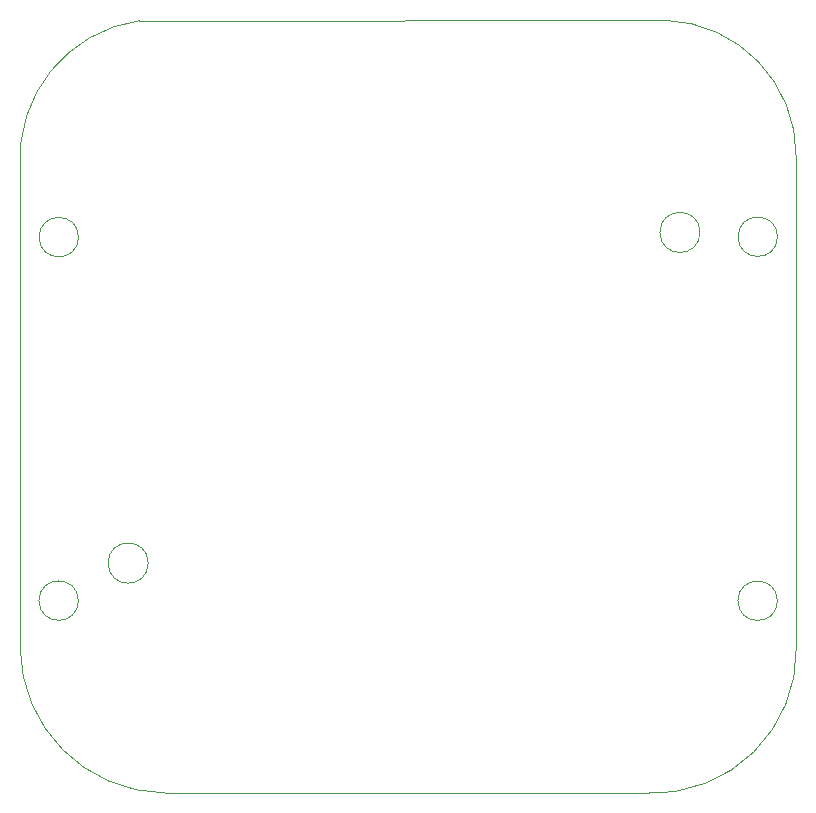
<source format=gbr>
%TF.GenerationSoftware,KiCad,Pcbnew,7.0.7*%
%TF.CreationDate,2023-09-24T11:57:45+02:00*%
%TF.ProjectId,RF Energy Harvesting LK-R37 Enclosure,52462045-6e65-4726-9779-204861727665,Beta R4*%
%TF.SameCoordinates,Original*%
%TF.FileFunction,Profile,NP*%
%FSLAX46Y46*%
G04 Gerber Fmt 4.6, Leading zero omitted, Abs format (unit mm)*
G04 Created by KiCad (PCBNEW 7.0.7) date 2023-09-24 11:57:45*
%MOMM*%
%LPD*%
G01*
G04 APERTURE LIST*
%TA.AperFunction,Profile*%
%ADD10C,0.120000*%
%TD*%
G04 APERTURE END LIST*
D10*
%TO.C,REF\u002A\u002A*%
X188037409Y-83828275D02*
X188048660Y-124525000D01*
X188037409Y-82968275D02*
X188037409Y-83828275D01*
X175563660Y-136820000D02*
X134593660Y-136829996D01*
X132438660Y-71439996D02*
X176923660Y-71409996D01*
X122338660Y-124249996D02*
X122348660Y-83889996D01*
X122338660Y-124249996D02*
X122338660Y-124524996D01*
X175563660Y-136820000D02*
G75*
G03*
X188048660Y-124525000I438807J12040880D01*
G01*
X188037409Y-82968275D02*
G75*
G03*
X176923660Y-71409997I-11451945J110792D01*
G01*
X122338666Y-124524996D02*
G75*
G03*
X134593660Y-136829995I12395444J89976D01*
G01*
X132438660Y-71439996D02*
G75*
G03*
X122348660Y-83889996I1670126J-11667219D01*
G01*
X186459012Y-89740000D02*
G75*
G03*
X186459012Y-89740000I-1669012J0D01*
G01*
X186449012Y-120560000D02*
G75*
G03*
X186449012Y-120560000I-1669012J0D01*
G01*
X179900000Y-89370000D02*
G75*
G03*
X179900000Y-89370000I-1700000J0D01*
G01*
X133183660Y-117369992D02*
G75*
G03*
X133183660Y-117369992I-1700000J0D01*
G01*
X127279012Y-89770989D02*
G75*
G03*
X127279012Y-89770989I-1669012J0D01*
G01*
X127269012Y-120550000D02*
G75*
G03*
X127269012Y-120550000I-1669012J0D01*
G01*
%TD*%
M02*

</source>
